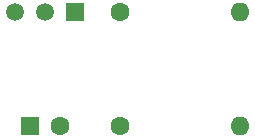
<source format=gbr>
%TF.GenerationSoftware,KiCad,Pcbnew,7.0.9*%
%TF.CreationDate,2024-01-11T06:03:18-08:00*%
%TF.ProjectId,genesis_s-video_simple,67656e65-7369-4735-9f73-2d766964656f,rev?*%
%TF.SameCoordinates,Original*%
%TF.FileFunction,Soldermask,Bot*%
%TF.FilePolarity,Negative*%
%FSLAX46Y46*%
G04 Gerber Fmt 4.6, Leading zero omitted, Abs format (unit mm)*
G04 Created by KiCad (PCBNEW 7.0.9) date 2024-01-11 06:03:18*
%MOMM*%
%LPD*%
G01*
G04 APERTURE LIST*
%ADD10C,1.500000*%
%ADD11R,1.500000X1.500000*%
%ADD12R,1.600000X1.600000*%
%ADD13C,1.600000*%
%ADD14O,1.600000X1.600000*%
G04 APERTURE END LIST*
D10*
%TO.C,Q1*%
X112522000Y-80772000D03*
X115062000Y-80772000D03*
D11*
X117602000Y-80772000D03*
%TD*%
D12*
%TO.C,C1*%
X113832000Y-90424000D03*
D13*
X116332000Y-90424000D03*
%TD*%
%TO.C,R2*%
X121412000Y-80772000D03*
D14*
X131572000Y-80772000D03*
%TD*%
D13*
%TO.C,R1*%
X121412000Y-90424000D03*
D14*
X131572000Y-90424000D03*
%TD*%
M02*

</source>
